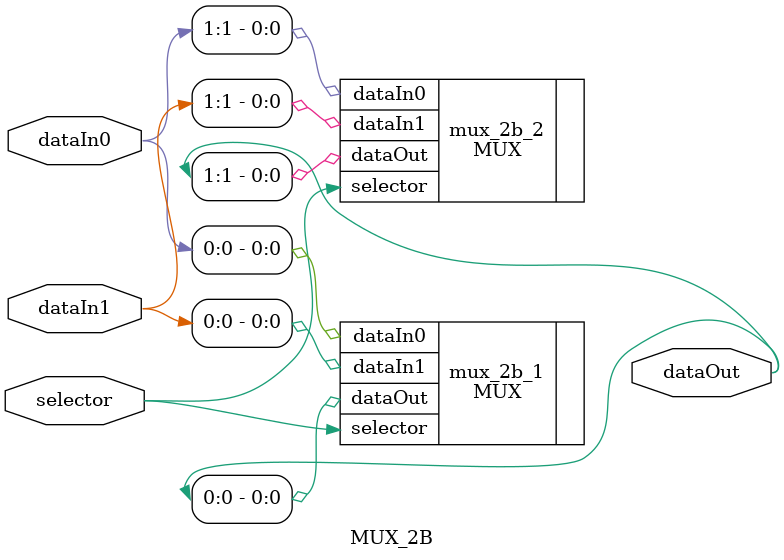
<source format=v>
`include "mux.v"

module MUX_2B (
    input [1:0]dataIn0,
    input [1:0]dataIn1,
    input selector,
    output [1:0]dataOut);

    //Se conectan 2 mux de 1 bit en paralelo
    MUX mux_2b_1(
        //output
        .dataOut (dataOut[0]),
        //input
        .dataIn0 (dataIn0[0]),
        .dataIn1 (dataIn1[0]),
        .selector (selector)
    );
    MUX mux_2b_2(
        //output
        .dataOut (dataOut[1]),
        //input
        .dataIn0 (dataIn0[1]),
        .dataIn1 (dataIn1[1]),
        .selector (selector)
    );
endmodule
</source>
